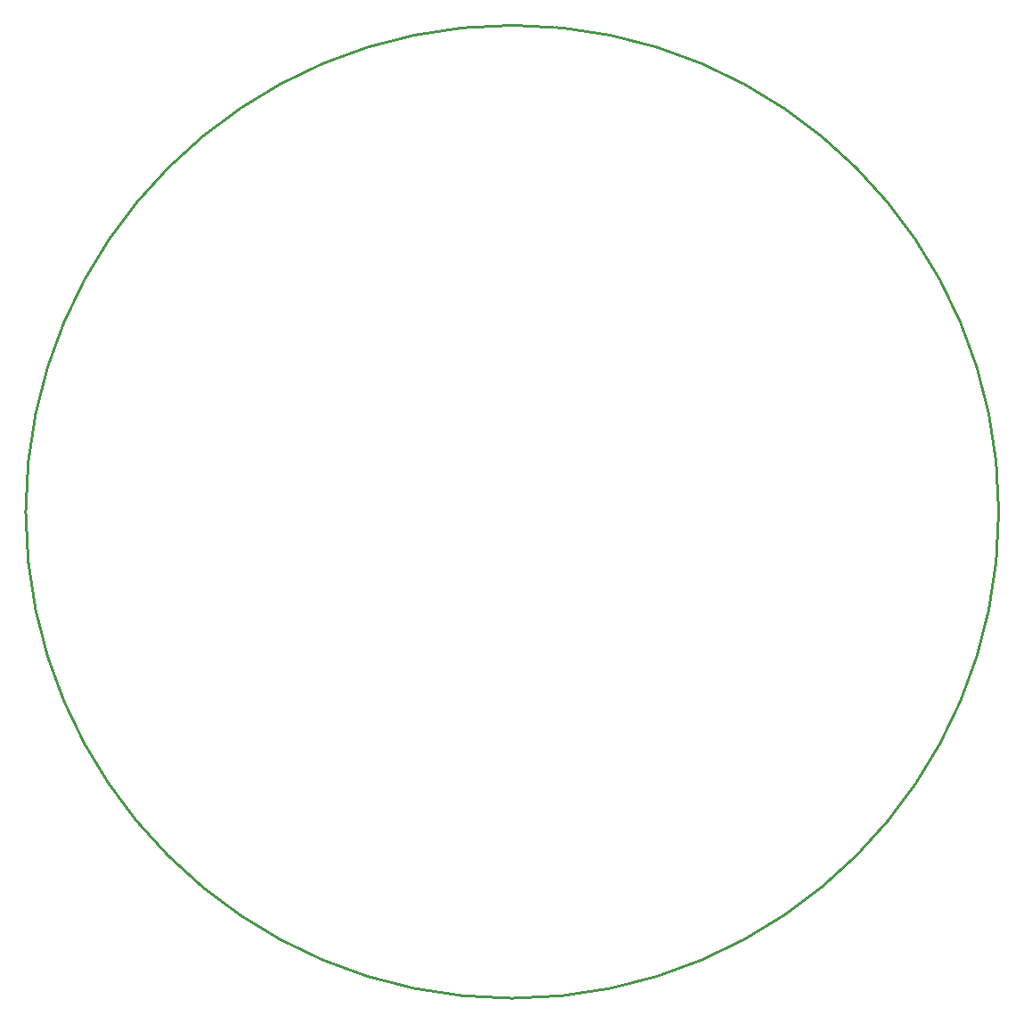
<source format=gm1>
G04*
G04 #@! TF.GenerationSoftware,Altium Limited,Altium Designer,19.1.6 (110)*
G04*
G04 Layer_Color=16711935*
%FSLAX25Y25*%
%MOIN*%
G70*
G01*
G75*
%ADD15C,0.01000*%
D15*
X0Y182113D02*
G03*
X-182113Y0I0J-182113D01*
G01*
X182113D02*
G03*
X0Y182113I-182113J0D01*
G01*
Y-182113D02*
G03*
X182113Y0I0J182113D01*
G01*
X-182113D02*
G03*
X0Y-182113I182113J0D01*
G01*
M02*

</source>
